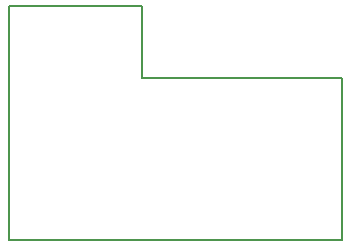
<source format=gm1>
G04 #@! TF.FileFunction,Profile,NP*
%FSLAX46Y46*%
G04 Gerber Fmt 4.6, Leading zero omitted, Abs format (unit mm)*
G04 Created by KiCad (PCBNEW 4.0.7) date Monday, 04 '04e' September '04e' 2017, 13:38:34*
%MOMM*%
%LPD*%
G01*
G04 APERTURE LIST*
%ADD10C,0.100000*%
%ADD11C,0.150000*%
G04 APERTURE END LIST*
D10*
D11*
X142800000Y-110200000D02*
X142800000Y-90400000D01*
X171000000Y-110200000D02*
X142800000Y-110200000D01*
X171000000Y-96500000D02*
X171000000Y-110200000D01*
X154000000Y-96500000D02*
X171000000Y-96500000D01*
X154000000Y-90400000D02*
X154000000Y-96500000D01*
X142800000Y-90400000D02*
X154000000Y-90400000D01*
M02*

</source>
